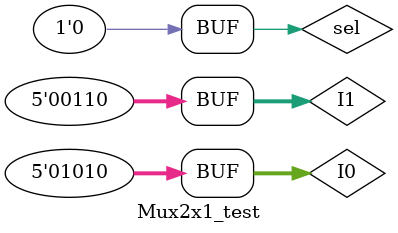
<source format=v>
`timescale 1ns / 1ps

module Mux2x1_test;

	// Inputs
	reg [4:0] I0;
	reg [4:0] I1;
	reg sel;

	// Outputs
	wire [4:0] out;

	// Instantiate the Unit Under Test (UUT)
	Mux2x1 uut (
		.I0(I0), 
		.I1(I1), 
		.sel(sel), 
		.out(out)
	);

	initial begin
		// Initialize Inputs
		I0 = 0;
		I1 = 0;
		sel = 0;
        
		// Add stimulus here
		#50
		I0 = 5'b01010;
		I1 = 5'b00110;
		sel = 0;

		#50
		I0 = 5'b01010;
		I1 = 5'b00110;
		sel = 1;

		#50
		I0 = 5'b01010;
		I1 = 5'b00110;
		sel = 0;
		
		#50
		I0 = 5'b01010;
		I1 = 5'b00110;
		sel = 1;
		
			#50
		I0 = 5'b01010;
		I1 = 5'b00110;
		sel = 0;
		
		
		
	end
      
endmodule


</source>
